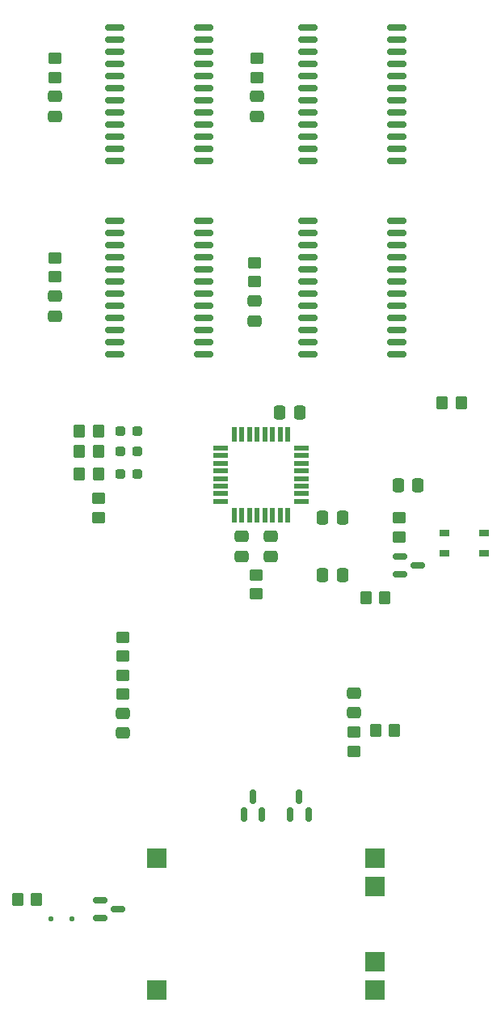
<source format=gbr>
%TF.GenerationSoftware,KiCad,Pcbnew,9.0.0*%
%TF.CreationDate,2025-05-13T23:13:56+02:00*%
%TF.ProjectId,kitchen_timer-hardware,6b697463-6865-46e5-9f74-696d65722d68,rev?*%
%TF.SameCoordinates,Original*%
%TF.FileFunction,Paste,Top*%
%TF.FilePolarity,Positive*%
%FSLAX46Y46*%
G04 Gerber Fmt 4.6, Leading zero omitted, Abs format (unit mm)*
G04 Created by KiCad (PCBNEW 9.0.0) date 2025-05-13 23:13:56*
%MOMM*%
%LPD*%
G01*
G04 APERTURE LIST*
G04 Aperture macros list*
%AMRoundRect*
0 Rectangle with rounded corners*
0 $1 Rounding radius*
0 $2 $3 $4 $5 $6 $7 $8 $9 X,Y pos of 4 corners*
0 Add a 4 corners polygon primitive as box body*
4,1,4,$2,$3,$4,$5,$6,$7,$8,$9,$2,$3,0*
0 Add four circle primitives for the rounded corners*
1,1,$1+$1,$2,$3*
1,1,$1+$1,$4,$5*
1,1,$1+$1,$6,$7*
1,1,$1+$1,$8,$9*
0 Add four rect primitives between the rounded corners*
20,1,$1+$1,$2,$3,$4,$5,0*
20,1,$1+$1,$4,$5,$6,$7,0*
20,1,$1+$1,$6,$7,$8,$9,0*
20,1,$1+$1,$8,$9,$2,$3,0*%
G04 Aperture macros list end*
%ADD10RoundRect,0.250000X-0.337500X-0.475000X0.337500X-0.475000X0.337500X0.475000X-0.337500X0.475000X0*%
%ADD11RoundRect,0.237500X-0.287500X-0.237500X0.287500X-0.237500X0.287500X0.237500X-0.287500X0.237500X0*%
%ADD12RoundRect,0.250000X0.475000X-0.337500X0.475000X0.337500X-0.475000X0.337500X-0.475000X-0.337500X0*%
%ADD13RoundRect,0.250000X-0.450000X0.350000X-0.450000X-0.350000X0.450000X-0.350000X0.450000X0.350000X0*%
%ADD14RoundRect,0.250000X-0.475000X0.337500X-0.475000X-0.337500X0.475000X-0.337500X0.475000X0.337500X0*%
%ADD15R,1.050000X0.650000*%
%ADD16RoundRect,0.150000X0.875000X0.150000X-0.875000X0.150000X-0.875000X-0.150000X0.875000X-0.150000X0*%
%ADD17RoundRect,0.250000X0.350000X0.450000X-0.350000X0.450000X-0.350000X-0.450000X0.350000X-0.450000X0*%
%ADD18RoundRect,0.250000X-0.350000X-0.450000X0.350000X-0.450000X0.350000X0.450000X-0.350000X0.450000X0*%
%ADD19RoundRect,0.150000X0.150000X-0.587500X0.150000X0.587500X-0.150000X0.587500X-0.150000X-0.587500X0*%
%ADD20RoundRect,0.150000X-0.587500X-0.150000X0.587500X-0.150000X0.587500X0.150000X-0.587500X0.150000X0*%
%ADD21RoundRect,0.250000X0.450000X-0.350000X0.450000X0.350000X-0.450000X0.350000X-0.450000X-0.350000X0*%
%ADD22R,2.000000X2.000000*%
%ADD23R,0.550000X1.600000*%
%ADD24R,1.600000X0.550000*%
%ADD25RoundRect,0.250000X0.337500X0.475000X-0.337500X0.475000X-0.337500X-0.475000X0.337500X-0.475000X0*%
%ADD26RoundRect,0.125000X0.125000X0.125000X-0.125000X0.125000X-0.125000X-0.125000X0.125000X-0.125000X0*%
G04 APERTURE END LIST*
D10*
%TO.C,C8*%
X164002500Y-87184000D03*
X166077500Y-87184000D03*
%TD*%
D11*
%TO.C,D3*%
X142827400Y-78130400D03*
X144577400Y-78130400D03*
%TD*%
D12*
%TO.C,C12*%
X167273600Y-107615900D03*
X167273600Y-105540900D03*
%TD*%
D13*
%TO.C,R14*%
X143077500Y-103684000D03*
X143077500Y-105684000D03*
%TD*%
D14*
%TO.C,C15*%
X157113600Y-43114000D03*
X157113600Y-45189000D03*
%TD*%
D15*
%TO.C,SW2*%
X180888000Y-90932000D03*
X176738000Y-90932000D03*
X180888000Y-88782000D03*
X176738000Y-88782000D03*
%TD*%
D16*
%TO.C,U9*%
X171777000Y-49850000D03*
X171777000Y-48580000D03*
X171777000Y-47310000D03*
X171777000Y-46040000D03*
X171777000Y-44770000D03*
X171777000Y-43500000D03*
X171777000Y-42230000D03*
X171777000Y-40960000D03*
X171777000Y-39690000D03*
X171777000Y-38420000D03*
X171777000Y-37150000D03*
X171777000Y-35880000D03*
X162477000Y-35880000D03*
X162477000Y-37150000D03*
X162477000Y-38420000D03*
X162477000Y-39690000D03*
X162477000Y-40960000D03*
X162477000Y-42230000D03*
X162477000Y-43500000D03*
X162477000Y-44770000D03*
X162477000Y-46040000D03*
X162477000Y-47310000D03*
X162477000Y-48580000D03*
X162477000Y-49850000D03*
%TD*%
D17*
%TO.C,R13*%
X171524800Y-109495200D03*
X169524800Y-109495200D03*
%TD*%
D11*
%TO.C,D4*%
X142827400Y-80267400D03*
X144577400Y-80267400D03*
%TD*%
D14*
%TO.C,C5*%
X158540000Y-89146500D03*
X158540000Y-91221500D03*
%TD*%
D16*
%TO.C,U10*%
X151523000Y-49850000D03*
X151523000Y-48580000D03*
X151523000Y-47310000D03*
X151523000Y-46040000D03*
X151523000Y-44770000D03*
X151523000Y-43500000D03*
X151523000Y-42230000D03*
X151523000Y-40960000D03*
X151523000Y-39690000D03*
X151523000Y-38420000D03*
X151523000Y-37150000D03*
X151523000Y-35880000D03*
X142223000Y-35880000D03*
X142223000Y-37150000D03*
X142223000Y-38420000D03*
X142223000Y-39690000D03*
X142223000Y-40960000D03*
X142223000Y-42230000D03*
X142223000Y-43500000D03*
X142223000Y-44770000D03*
X142223000Y-46040000D03*
X142223000Y-47310000D03*
X142223000Y-48580000D03*
X142223000Y-49850000D03*
%TD*%
D18*
%TO.C,R1*%
X132040000Y-127184000D03*
X134040000Y-127184000D03*
%TD*%
D19*
%TO.C,Q1*%
X155742000Y-118285500D03*
X157642000Y-118285500D03*
X156692000Y-116410500D03*
%TD*%
D20*
%TO.C,Q3*%
X172102500Y-91234000D03*
X172102500Y-93134000D03*
X173977500Y-92184000D03*
%TD*%
D14*
%TO.C,C13*%
X156885000Y-64505000D03*
X156885000Y-66580000D03*
%TD*%
D21*
%TO.C,R11*%
X157040000Y-95184000D03*
X157040000Y-93184000D03*
%TD*%
%TO.C,R15*%
X167273600Y-111663600D03*
X167273600Y-109663600D03*
%TD*%
D14*
%TO.C,C10*%
X155540000Y-89146500D03*
X155540000Y-91221500D03*
%TD*%
%TO.C,C11*%
X143077500Y-107646500D03*
X143077500Y-109721500D03*
%TD*%
D17*
%TO.C,R7*%
X140513400Y-78130400D03*
X138513400Y-78130400D03*
%TD*%
D22*
%TO.C,U2*%
X146648800Y-122843200D03*
X146648800Y-136643200D03*
X169508800Y-122843200D03*
X169508800Y-125843200D03*
X169508800Y-133643200D03*
X169508800Y-136643200D03*
%TD*%
D11*
%TO.C,D5*%
X142827400Y-82630400D03*
X144577400Y-82630400D03*
%TD*%
D17*
%TO.C,R6*%
X178540000Y-75184000D03*
X176540000Y-75184000D03*
%TD*%
D10*
%TO.C,C6*%
X159502500Y-76184000D03*
X161577500Y-76184000D03*
%TD*%
D17*
%TO.C,R9*%
X140513400Y-80267400D03*
X138513400Y-80267400D03*
%TD*%
D19*
%TO.C,D1*%
X160594000Y-118285500D03*
X162494000Y-118285500D03*
X161544000Y-116410500D03*
%TD*%
D16*
%TO.C,U7*%
X171777000Y-70104000D03*
X171777000Y-68834000D03*
X171777000Y-67564000D03*
X171777000Y-66294000D03*
X171777000Y-65024000D03*
X171777000Y-63754000D03*
X171777000Y-62484000D03*
X171777000Y-61214000D03*
X171777000Y-59944000D03*
X171777000Y-58674000D03*
X171777000Y-57404000D03*
X171777000Y-56134000D03*
X162477000Y-56134000D03*
X162477000Y-57404000D03*
X162477000Y-58674000D03*
X162477000Y-59944000D03*
X162477000Y-61214000D03*
X162477000Y-62484000D03*
X162477000Y-63754000D03*
X162477000Y-65024000D03*
X162477000Y-66294000D03*
X162477000Y-67564000D03*
X162477000Y-68834000D03*
X162477000Y-70104000D03*
%TD*%
D13*
%TO.C,R17*%
X172040000Y-87184000D03*
X172040000Y-89184000D03*
%TD*%
D16*
%TO.C,U8*%
X151523000Y-70104000D03*
X151523000Y-68834000D03*
X151523000Y-67564000D03*
X151523000Y-66294000D03*
X151523000Y-65024000D03*
X151523000Y-63754000D03*
X151523000Y-62484000D03*
X151523000Y-61214000D03*
X151523000Y-59944000D03*
X151523000Y-58674000D03*
X151523000Y-57404000D03*
X151523000Y-56134000D03*
X142223000Y-56134000D03*
X142223000Y-57404000D03*
X142223000Y-58674000D03*
X142223000Y-59944000D03*
X142223000Y-61214000D03*
X142223000Y-62484000D03*
X142223000Y-63754000D03*
X142223000Y-65024000D03*
X142223000Y-66294000D03*
X142223000Y-67564000D03*
X142223000Y-68834000D03*
X142223000Y-70104000D03*
%TD*%
D21*
%TO.C,R21*%
X135930000Y-41103500D03*
X135930000Y-39103500D03*
%TD*%
D20*
%TO.C,Q2*%
X140665000Y-127234000D03*
X140665000Y-129134000D03*
X142540000Y-128184000D03*
%TD*%
D21*
%TO.C,R18*%
X156885000Y-62484000D03*
X156885000Y-60484000D03*
%TD*%
D14*
%TO.C,C14*%
X135930000Y-64008000D03*
X135930000Y-66083000D03*
%TD*%
D17*
%TO.C,R10*%
X140513400Y-82630400D03*
X138513400Y-82630400D03*
%TD*%
%TO.C,R16*%
X170508800Y-95605600D03*
X168508800Y-95605600D03*
%TD*%
D21*
%TO.C,R19*%
X135930000Y-61987000D03*
X135930000Y-59987000D03*
%TD*%
D23*
%TO.C,U5*%
X154740000Y-86945200D03*
X155540000Y-86945200D03*
X156340000Y-86945200D03*
X157140000Y-86945200D03*
X157940000Y-86945200D03*
X158740000Y-86945200D03*
X159540000Y-86945200D03*
X160340000Y-86945200D03*
D24*
X161790000Y-85495200D03*
X161790000Y-84695200D03*
X161790000Y-83895200D03*
X161790000Y-83095200D03*
X161790000Y-82295200D03*
X161790000Y-81495200D03*
X161790000Y-80695200D03*
X161790000Y-79895200D03*
D23*
X160340000Y-78445200D03*
X159540000Y-78445200D03*
X158740000Y-78445200D03*
X157940000Y-78445200D03*
X157140000Y-78445200D03*
X156340000Y-78445200D03*
X155540000Y-78445200D03*
X154740000Y-78445200D03*
D24*
X153290000Y-79895200D03*
X153290000Y-80695200D03*
X153290000Y-81495200D03*
X153290000Y-82295200D03*
X153290000Y-83095200D03*
X153290000Y-83895200D03*
X153290000Y-84695200D03*
X153290000Y-85495200D03*
%TD*%
D13*
%TO.C,R12*%
X143040000Y-99684000D03*
X143040000Y-101684000D03*
%TD*%
D25*
%TO.C,C9*%
X174000700Y-83820000D03*
X171925700Y-83820000D03*
%TD*%
D26*
%TO.C,D2*%
X137740000Y-129184000D03*
X135540000Y-129184000D03*
%TD*%
D21*
%TO.C,R20*%
X157113600Y-41103500D03*
X157113600Y-39103500D03*
%TD*%
D14*
%TO.C,C16*%
X135930000Y-43114000D03*
X135930000Y-45189000D03*
%TD*%
D21*
%TO.C,R8*%
X140540000Y-87184000D03*
X140540000Y-85184000D03*
%TD*%
D10*
%TO.C,C7*%
X164002500Y-93184000D03*
X166077500Y-93184000D03*
%TD*%
M02*

</source>
